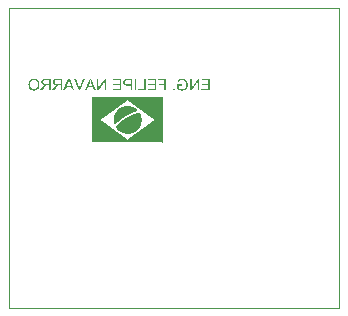
<source format=gbo>
G04 Layer_Color=32896*
%FSLAX25Y25*%
%MOIN*%
G70*
G01*
G75*
%ADD16C,0.00394*%
%ADD30C,0.00048*%
G36*
X42463Y72500D02*
X41953D01*
Y76341D01*
X42463D01*
Y72500D01*
D02*
G37*
G36*
X41054D02*
X40543D01*
Y74060D01*
X39561D01*
X39417Y74065D01*
X39278Y74076D01*
X39156Y74093D01*
X39045Y74115D01*
X38939Y74137D01*
X38850Y74165D01*
X38767Y74198D01*
X38695Y74232D01*
X38634Y74259D01*
X38578Y74293D01*
X38534Y74320D01*
X38501Y74348D01*
X38473Y74365D01*
X38456Y74381D01*
X38445Y74393D01*
X38440Y74398D01*
X38384Y74465D01*
X38334Y74531D01*
X38295Y74598D01*
X38256Y74670D01*
X38223Y74742D01*
X38201Y74809D01*
X38162Y74936D01*
X38151Y74998D01*
X38140Y75053D01*
X38134Y75103D01*
X38129Y75142D01*
X38123Y75181D01*
Y75203D01*
Y75220D01*
Y75225D01*
X38129Y75331D01*
X38140Y75430D01*
X38162Y75519D01*
X38179Y75597D01*
X38201Y75664D01*
X38223Y75713D01*
X38234Y75741D01*
X38240Y75752D01*
X38284Y75836D01*
X38340Y75908D01*
X38390Y75974D01*
X38440Y76024D01*
X38484Y76063D01*
X38517Y76096D01*
X38540Y76113D01*
X38551Y76119D01*
X38623Y76163D01*
X38706Y76202D01*
X38784Y76235D01*
X38856Y76263D01*
X38923Y76279D01*
X38972Y76291D01*
X39011Y76302D01*
X39022D01*
X39106Y76313D01*
X39200Y76324D01*
X39300Y76329D01*
X39394Y76335D01*
X39478Y76341D01*
X41054D01*
Y72500D01*
D02*
G37*
G36*
X45555D02*
X43152D01*
Y72955D01*
X45044D01*
Y76341D01*
X45555D01*
Y72500D01*
D02*
G37*
G36*
X52370D02*
X51860D01*
Y74243D01*
X50056D01*
Y74698D01*
X51860D01*
Y75885D01*
X49773D01*
Y76341D01*
X52370D01*
Y72500D01*
D02*
G37*
G36*
X49107D02*
X46237D01*
Y72955D01*
X48596D01*
Y74259D01*
X46470D01*
Y74714D01*
X48596D01*
Y75885D01*
X46326D01*
Y76341D01*
X49107D01*
Y72500D01*
D02*
G37*
G36*
X37468D02*
X34599D01*
Y72955D01*
X36958D01*
Y74259D01*
X34832D01*
Y74714D01*
X36958D01*
Y75885D01*
X34688D01*
Y76341D01*
X37468D01*
Y72500D01*
D02*
G37*
G36*
X13909D02*
X13398D01*
Y74204D01*
X12743D01*
X12682Y74198D01*
X12638D01*
X12599Y74193D01*
X12571Y74187D01*
X12549D01*
X12538Y74182D01*
X12532D01*
X12444Y74154D01*
X12405Y74137D01*
X12371Y74121D01*
X12338Y74104D01*
X12316Y74093D01*
X12305Y74087D01*
X12299Y74082D01*
X12255Y74049D01*
X12210Y74010D01*
X12127Y73926D01*
X12088Y73887D01*
X12061Y73854D01*
X12044Y73832D01*
X12038Y73826D01*
X11983Y73749D01*
X11922Y73665D01*
X11861Y73577D01*
X11800Y73493D01*
X11750Y73416D01*
X11711Y73355D01*
X11694Y73333D01*
X11683Y73316D01*
X11672Y73305D01*
Y73299D01*
X11167Y72500D01*
X10534D01*
X11195Y73543D01*
X11272Y73654D01*
X11345Y73754D01*
X11417Y73838D01*
X11478Y73915D01*
X11533Y73971D01*
X11578Y74015D01*
X11605Y74043D01*
X11616Y74054D01*
X11661Y74087D01*
X11711Y74126D01*
X11811Y74187D01*
X11855Y74209D01*
X11889Y74232D01*
X11911Y74243D01*
X11922Y74248D01*
X11822Y74265D01*
X11727Y74282D01*
X11644Y74309D01*
X11561Y74331D01*
X11489Y74359D01*
X11422Y74393D01*
X11361Y74420D01*
X11306Y74448D01*
X11261Y74481D01*
X11217Y74509D01*
X11184Y74531D01*
X11156Y74554D01*
X11134Y74570D01*
X11117Y74587D01*
X11112Y74592D01*
X11106Y74598D01*
X11062Y74653D01*
X11017Y74709D01*
X10950Y74826D01*
X10906Y74942D01*
X10873Y75053D01*
X10851Y75147D01*
X10845Y75186D01*
Y75225D01*
X10840Y75253D01*
Y75275D01*
Y75286D01*
Y75292D01*
X10845Y75408D01*
X10862Y75514D01*
X10889Y75613D01*
X10917Y75697D01*
X10950Y75769D01*
X10973Y75824D01*
X10995Y75858D01*
X11000Y75863D01*
Y75869D01*
X11067Y75958D01*
X11134Y76035D01*
X11206Y76102D01*
X11272Y76152D01*
X11333Y76191D01*
X11383Y76213D01*
X11417Y76230D01*
X11422Y76235D01*
X11428D01*
X11478Y76252D01*
X11539Y76268D01*
X11661Y76296D01*
X11794Y76313D01*
X11916Y76329D01*
X12033Y76335D01*
X12083D01*
X12127Y76341D01*
X13909D01*
Y72500D01*
D02*
G37*
G36*
X8508Y76402D02*
X8647Y76385D01*
X8781Y76357D01*
X8908Y76324D01*
X9025Y76279D01*
X9136Y76235D01*
X9236Y76185D01*
X9324Y76135D01*
X9408Y76085D01*
X9480Y76035D01*
X9541Y75991D01*
X9591Y75947D01*
X9630Y75913D01*
X9663Y75885D01*
X9680Y75869D01*
X9685Y75863D01*
X9774Y75758D01*
X9852Y75647D01*
X9924Y75525D01*
X9979Y75403D01*
X10029Y75275D01*
X10074Y75153D01*
X10107Y75031D01*
X10129Y74914D01*
X10151Y74803D01*
X10168Y74698D01*
X10179Y74603D01*
X10190Y74526D01*
Y74459D01*
X10196Y74409D01*
Y74376D01*
Y74370D01*
Y74365D01*
X10185Y74176D01*
X10162Y74004D01*
X10129Y73838D01*
X10107Y73765D01*
X10085Y73693D01*
X10068Y73632D01*
X10046Y73577D01*
X10029Y73527D01*
X10013Y73482D01*
X10001Y73449D01*
X9990Y73427D01*
X9979Y73410D01*
Y73405D01*
X9885Y73244D01*
X9785Y73105D01*
X9674Y72983D01*
X9569Y72883D01*
X9474Y72800D01*
X9435Y72766D01*
X9402Y72744D01*
X9369Y72722D01*
X9347Y72705D01*
X9336Y72700D01*
X9330Y72694D01*
X9247Y72650D01*
X9164Y72611D01*
X8997Y72544D01*
X8836Y72500D01*
X8686Y72467D01*
X8614Y72456D01*
X8553Y72450D01*
X8497Y72439D01*
X8448D01*
X8414Y72433D01*
X8359D01*
X8175Y72444D01*
X8004Y72472D01*
X7842Y72506D01*
X7770Y72528D01*
X7704Y72550D01*
X7643Y72572D01*
X7587Y72594D01*
X7543Y72611D01*
X7504Y72628D01*
X7471Y72644D01*
X7443Y72655D01*
X7432Y72667D01*
X7426D01*
X7271Y72766D01*
X7138Y72877D01*
X7027Y72994D01*
X6932Y73105D01*
X6855Y73210D01*
X6827Y73249D01*
X6805Y73288D01*
X6782Y73321D01*
X6771Y73344D01*
X6760Y73360D01*
Y73366D01*
X6716Y73455D01*
X6683Y73543D01*
X6622Y73721D01*
X6577Y73899D01*
X6549Y74060D01*
X6544Y74132D01*
X6533Y74198D01*
X6527Y74259D01*
Y74309D01*
X6522Y74354D01*
Y74381D01*
Y74404D01*
Y74409D01*
X6533Y74620D01*
X6555Y74814D01*
X6572Y74903D01*
X6594Y74992D01*
X6616Y75070D01*
X6633Y75142D01*
X6655Y75208D01*
X6677Y75269D01*
X6694Y75319D01*
X6716Y75364D01*
X6727Y75397D01*
X6738Y75419D01*
X6749Y75436D01*
Y75441D01*
X6838Y75602D01*
X6943Y75747D01*
X7054Y75869D01*
X7154Y75969D01*
X7249Y76047D01*
X7293Y76080D01*
X7326Y76108D01*
X7360Y76124D01*
X7382Y76141D01*
X7393Y76146D01*
X7399Y76152D01*
X7482Y76196D01*
X7565Y76235D01*
X7726Y76302D01*
X7892Y76346D01*
X8037Y76374D01*
X8103Y76385D01*
X8170Y76396D01*
X8220Y76402D01*
X8270D01*
X8309Y76407D01*
X8359D01*
X8508Y76402D01*
D02*
G37*
G36*
X17783Y72500D02*
X17272D01*
Y74204D01*
X16617D01*
X16556Y74198D01*
X16512D01*
X16473Y74193D01*
X16445Y74187D01*
X16423D01*
X16412Y74182D01*
X16406D01*
X16317Y74154D01*
X16279Y74137D01*
X16245Y74121D01*
X16212Y74104D01*
X16190Y74093D01*
X16179Y74087D01*
X16173Y74082D01*
X16129Y74049D01*
X16084Y74010D01*
X16001Y73926D01*
X15962Y73887D01*
X15935Y73854D01*
X15918Y73832D01*
X15912Y73826D01*
X15857Y73749D01*
X15796Y73665D01*
X15735Y73577D01*
X15674Y73493D01*
X15624Y73416D01*
X15585Y73355D01*
X15568Y73333D01*
X15557Y73316D01*
X15546Y73305D01*
Y73299D01*
X15041Y72500D01*
X14408D01*
X15069Y73543D01*
X15146Y73654D01*
X15218Y73754D01*
X15291Y73838D01*
X15352Y73915D01*
X15407Y73971D01*
X15452Y74015D01*
X15479Y74043D01*
X15491Y74054D01*
X15535Y74087D01*
X15585Y74126D01*
X15685Y74187D01*
X15729Y74209D01*
X15762Y74232D01*
X15785Y74243D01*
X15796Y74248D01*
X15696Y74265D01*
X15601Y74282D01*
X15518Y74309D01*
X15435Y74331D01*
X15363Y74359D01*
X15296Y74393D01*
X15235Y74420D01*
X15180Y74448D01*
X15135Y74481D01*
X15091Y74509D01*
X15058Y74531D01*
X15030Y74554D01*
X15008Y74570D01*
X14991Y74587D01*
X14985Y74592D01*
X14980Y74598D01*
X14935Y74653D01*
X14891Y74709D01*
X14824Y74826D01*
X14780Y74942D01*
X14747Y75053D01*
X14725Y75147D01*
X14719Y75186D01*
Y75225D01*
X14714Y75253D01*
Y75275D01*
Y75286D01*
Y75292D01*
X14719Y75408D01*
X14736Y75514D01*
X14763Y75613D01*
X14791Y75697D01*
X14824Y75769D01*
X14847Y75824D01*
X14869Y75858D01*
X14874Y75863D01*
Y75869D01*
X14941Y75958D01*
X15008Y76035D01*
X15080Y76102D01*
X15146Y76152D01*
X15207Y76191D01*
X15257Y76213D01*
X15291Y76230D01*
X15296Y76235D01*
X15302D01*
X15352Y76252D01*
X15413Y76268D01*
X15535Y76296D01*
X15668Y76313D01*
X15790Y76329D01*
X15907Y76335D01*
X15957D01*
X16001Y76341D01*
X17783D01*
Y72500D01*
D02*
G37*
G36*
X28949D02*
X28411D01*
X27995Y73665D01*
X26385D01*
X25936Y72500D01*
X25358D01*
X26929Y76341D01*
X27484D01*
X28949Y72500D01*
D02*
G37*
G36*
X21790D02*
X21251D01*
X20835Y73665D01*
X19226D01*
X18776Y72500D01*
X18199D01*
X19770Y76341D01*
X20324D01*
X21790Y72500D01*
D02*
G37*
G36*
X55306D02*
X54768D01*
Y73038D01*
X55306D01*
Y72500D01*
D02*
G37*
G36*
X23860D02*
X23327D01*
X21829Y76341D01*
X22345D01*
X23388Y73549D01*
X23433Y73432D01*
X23471Y73321D01*
X23505Y73216D01*
X23532Y73122D01*
X23560Y73038D01*
X23577Y72977D01*
X23582Y72955D01*
X23588Y72939D01*
X23594Y72927D01*
Y72922D01*
X23660Y73144D01*
X23693Y73249D01*
X23727Y73344D01*
X23754Y73427D01*
X23765Y73460D01*
X23771Y73493D01*
X23782Y73516D01*
X23788Y73532D01*
X23793Y73543D01*
Y73549D01*
X24792Y76341D01*
X25347D01*
X23860Y72500D01*
D02*
G37*
G36*
X32407D02*
X31918D01*
Y75514D01*
X29909Y72500D01*
X29382D01*
Y76341D01*
X29871D01*
Y73321D01*
X31885Y76341D01*
X32407D01*
Y72500D01*
D02*
G37*
G36*
X63431D02*
X62943D01*
Y75514D01*
X60934Y72500D01*
X60407D01*
Y76341D01*
X60895D01*
Y73321D01*
X62910Y76341D01*
X63431D01*
Y72500D01*
D02*
G37*
G36*
X67000D02*
X64131D01*
Y72955D01*
X66489D01*
Y74259D01*
X64364D01*
Y74714D01*
X66489D01*
Y75885D01*
X64219D01*
Y76341D01*
X67000D01*
Y72500D01*
D02*
G37*
G36*
X57970Y76396D02*
X58164Y76368D01*
X58253Y76352D01*
X58337Y76329D01*
X58414Y76313D01*
X58486Y76291D01*
X58553Y76268D01*
X58608Y76246D01*
X58658Y76224D01*
X58703Y76207D01*
X58736Y76191D01*
X58758Y76180D01*
X58775Y76174D01*
X58780Y76169D01*
X58858Y76119D01*
X58936Y76069D01*
X59069Y75952D01*
X59186Y75836D01*
X59280Y75713D01*
X59358Y75608D01*
X59385Y75564D01*
X59408Y75519D01*
X59430Y75486D01*
X59441Y75464D01*
X59447Y75447D01*
X59452Y75441D01*
X59530Y75258D01*
X59585Y75075D01*
X59630Y74898D01*
X59641Y74814D01*
X59657Y74737D01*
X59663Y74664D01*
X59674Y74603D01*
X59680Y74542D01*
Y74492D01*
X59685Y74454D01*
Y74426D01*
Y74404D01*
Y74398D01*
X59674Y74193D01*
X59646Y73998D01*
X59630Y73910D01*
X59613Y73826D01*
X59591Y73743D01*
X59569Y73671D01*
X59546Y73604D01*
X59524Y73549D01*
X59508Y73493D01*
X59491Y73455D01*
X59474Y73416D01*
X59463Y73394D01*
X59452Y73377D01*
Y73371D01*
X59352Y73210D01*
X59241Y73072D01*
X59124Y72949D01*
X59013Y72850D01*
X58908Y72772D01*
X58869Y72744D01*
X58830Y72716D01*
X58797Y72700D01*
X58775Y72683D01*
X58758Y72678D01*
X58753Y72672D01*
X58664Y72628D01*
X58575Y72594D01*
X58398Y72533D01*
X58226Y72494D01*
X58065Y72461D01*
X57992Y72456D01*
X57926Y72444D01*
X57865Y72439D01*
X57815D01*
X57776Y72433D01*
X57720D01*
X57565Y72439D01*
X57415Y72456D01*
X57276Y72483D01*
X57154Y72511D01*
X57104Y72522D01*
X57054Y72533D01*
X57010Y72550D01*
X56971Y72561D01*
X56943Y72572D01*
X56921Y72578D01*
X56910Y72583D01*
X56905D01*
X56755Y72644D01*
X56616Y72716D01*
X56483Y72794D01*
X56366Y72866D01*
X56316Y72900D01*
X56266Y72933D01*
X56227Y72961D01*
X56194Y72983D01*
X56166Y73005D01*
X56144Y73022D01*
X56133Y73027D01*
X56128Y73033D01*
Y74459D01*
X57759D01*
Y74004D01*
X56627D01*
Y73283D01*
X56694Y73227D01*
X56771Y73177D01*
X56855Y73133D01*
X56932Y73094D01*
X56999Y73061D01*
X57060Y73033D01*
X57082Y73022D01*
X57093Y73016D01*
X57104Y73011D01*
X57110D01*
X57226Y72972D01*
X57343Y72939D01*
X57449Y72916D01*
X57548Y72905D01*
X57632Y72894D01*
X57665D01*
X57698Y72888D01*
X57754D01*
X57892Y72894D01*
X58026Y72916D01*
X58148Y72944D01*
X58259Y72972D01*
X58348Y73005D01*
X58386Y73016D01*
X58414Y73027D01*
X58442Y73038D01*
X58459Y73049D01*
X58470Y73055D01*
X58475D01*
X58592Y73127D01*
X58697Y73205D01*
X58786Y73288D01*
X58858Y73371D01*
X58919Y73449D01*
X58958Y73510D01*
X58975Y73532D01*
X58980Y73549D01*
X58991Y73560D01*
Y73566D01*
X59047Y73704D01*
X59091Y73849D01*
X59119Y73993D01*
X59141Y74132D01*
X59147Y74193D01*
X59152Y74248D01*
X59158Y74304D01*
Y74348D01*
X59163Y74381D01*
Y74409D01*
Y74426D01*
Y74431D01*
X59158Y74587D01*
X59141Y74726D01*
X59119Y74859D01*
X59091Y74975D01*
X59080Y75025D01*
X59064Y75070D01*
X59052Y75108D01*
X59041Y75142D01*
X59030Y75170D01*
X59025Y75186D01*
X59019Y75197D01*
Y75203D01*
X58980Y75281D01*
X58941Y75353D01*
X58903Y75419D01*
X58864Y75475D01*
X58830Y75519D01*
X58803Y75558D01*
X58780Y75580D01*
X58775Y75586D01*
X58714Y75647D01*
X58647Y75702D01*
X58575Y75747D01*
X58508Y75791D01*
X58453Y75819D01*
X58409Y75847D01*
X58375Y75858D01*
X58364Y75863D01*
X58264Y75902D01*
X58164Y75930D01*
X58059Y75947D01*
X57965Y75963D01*
X57881Y75969D01*
X57848D01*
X57820Y75974D01*
X57759D01*
X57654Y75969D01*
X57554Y75958D01*
X57465Y75941D01*
X57387Y75924D01*
X57321Y75902D01*
X57271Y75885D01*
X57243Y75874D01*
X57232Y75869D01*
X57149Y75830D01*
X57077Y75786D01*
X57010Y75741D01*
X56960Y75697D01*
X56921Y75658D01*
X56888Y75630D01*
X56871Y75608D01*
X56866Y75602D01*
X56816Y75536D01*
X56777Y75458D01*
X56738Y75386D01*
X56705Y75308D01*
X56683Y75242D01*
X56666Y75192D01*
X56660Y75170D01*
X56655Y75153D01*
X56649Y75147D01*
Y75142D01*
X56189Y75264D01*
X56227Y75403D01*
X56277Y75525D01*
X56327Y75636D01*
X56372Y75725D01*
X56416Y75797D01*
X56450Y75847D01*
X56472Y75880D01*
X56483Y75891D01*
X56560Y75980D01*
X56644Y76052D01*
X56732Y76119D01*
X56816Y76174D01*
X56893Y76213D01*
X56954Y76246D01*
X56977Y76257D01*
X56993Y76263D01*
X57004Y76268D01*
X57010D01*
X57138Y76313D01*
X57271Y76346D01*
X57393Y76374D01*
X57509Y76390D01*
X57615Y76402D01*
X57659D01*
X57693Y76407D01*
X57870D01*
X57970Y76396D01*
D02*
G37*
%LPC*%
G36*
X40543Y75885D02*
X39444D01*
X39344Y75880D01*
X39261Y75874D01*
X39195Y75869D01*
X39150Y75858D01*
X39117Y75852D01*
X39095Y75847D01*
X39089D01*
X39017Y75819D01*
X38956Y75786D01*
X38900Y75752D01*
X38850Y75713D01*
X38817Y75675D01*
X38789Y75647D01*
X38773Y75625D01*
X38767Y75619D01*
X38728Y75552D01*
X38695Y75486D01*
X38673Y75414D01*
X38662Y75353D01*
X38651Y75297D01*
X38645Y75247D01*
Y75220D01*
Y75214D01*
Y75208D01*
X38656Y75092D01*
X38678Y74992D01*
X38712Y74903D01*
X38750Y74831D01*
X38789Y74775D01*
X38823Y74731D01*
X38845Y74709D01*
X38856Y74698D01*
X38895Y74664D01*
X38945Y74637D01*
X39050Y74592D01*
X39167Y74559D01*
X39283Y74537D01*
X39389Y74526D01*
X39433Y74520D01*
X39472D01*
X39511Y74515D01*
X40543D01*
Y75885D01*
D02*
G37*
G36*
X13398Y75913D02*
X12188D01*
X12038Y75908D01*
X11911Y75885D01*
X11800Y75858D01*
X11716Y75824D01*
X11644Y75791D01*
X11600Y75763D01*
X11572Y75741D01*
X11561Y75736D01*
X11495Y75664D01*
X11445Y75591D01*
X11411Y75514D01*
X11383Y75447D01*
X11372Y75380D01*
X11367Y75331D01*
X11361Y75297D01*
Y75292D01*
Y75286D01*
X11367Y75220D01*
X11378Y75153D01*
X11394Y75097D01*
X11411Y75047D01*
X11433Y75003D01*
X11450Y74970D01*
X11461Y74948D01*
X11467Y74942D01*
X11506Y74887D01*
X11556Y74836D01*
X11605Y74798D01*
X11655Y74764D01*
X11700Y74742D01*
X11733Y74726D01*
X11755Y74714D01*
X11766Y74709D01*
X11844Y74687D01*
X11933Y74670D01*
X12022Y74659D01*
X12111Y74653D01*
X12188Y74648D01*
X12255Y74642D01*
X13398D01*
Y75913D01*
D02*
G37*
G36*
X8409Y75969D02*
X8359D01*
X8220Y75963D01*
X8087Y75941D01*
X7970Y75908D01*
X7870Y75874D01*
X7787Y75836D01*
X7754Y75819D01*
X7726Y75808D01*
X7698Y75791D01*
X7682Y75786D01*
X7676Y75775D01*
X7671D01*
X7565Y75697D01*
X7471Y75608D01*
X7387Y75519D01*
X7321Y75430D01*
X7271Y75353D01*
X7232Y75286D01*
X7221Y75264D01*
X7210Y75247D01*
X7204Y75236D01*
Y75231D01*
X7149Y75097D01*
X7110Y74953D01*
X7082Y74820D01*
X7066Y74692D01*
X7054Y74631D01*
X7049Y74581D01*
Y74531D01*
X7043Y74492D01*
Y74459D01*
Y74437D01*
Y74420D01*
Y74415D01*
X7049Y74282D01*
X7060Y74154D01*
X7077Y74032D01*
X7099Y73921D01*
X7132Y73821D01*
X7160Y73726D01*
X7193Y73638D01*
X7226Y73560D01*
X7265Y73493D01*
X7299Y73432D01*
X7326Y73382D01*
X7354Y73344D01*
X7382Y73310D01*
X7399Y73283D01*
X7410Y73272D01*
X7415Y73266D01*
X7487Y73194D01*
X7565Y73133D01*
X7643Y73083D01*
X7720Y73033D01*
X7798Y72994D01*
X7881Y72966D01*
X7954Y72939D01*
X8031Y72916D01*
X8098Y72900D01*
X8164Y72888D01*
X8220Y72877D01*
X8270Y72872D01*
X8309D01*
X8337Y72866D01*
X8364D01*
X8470Y72872D01*
X8570Y72883D01*
X8658Y72905D01*
X8747Y72927D01*
X8830Y72961D01*
X8908Y72994D01*
X8980Y73027D01*
X9047Y73066D01*
X9102Y73105D01*
X9152Y73138D01*
X9197Y73172D01*
X9236Y73205D01*
X9263Y73227D01*
X9286Y73249D01*
X9297Y73260D01*
X9302Y73266D01*
X9369Y73344D01*
X9424Y73427D01*
X9474Y73516D01*
X9519Y73604D01*
X9552Y73699D01*
X9585Y73788D01*
X9630Y73965D01*
X9641Y74043D01*
X9652Y74121D01*
X9663Y74187D01*
X9668Y74243D01*
X9674Y74293D01*
Y74331D01*
Y74354D01*
Y74359D01*
X9668Y74515D01*
X9657Y74659D01*
X9641Y74798D01*
X9613Y74920D01*
X9585Y75031D01*
X9552Y75131D01*
X9513Y75225D01*
X9480Y75303D01*
X9441Y75375D01*
X9408Y75436D01*
X9374Y75486D01*
X9347Y75525D01*
X9319Y75558D01*
X9302Y75580D01*
X9291Y75591D01*
X9286Y75597D01*
X9213Y75664D01*
X9136Y75719D01*
X9058Y75769D01*
X8975Y75813D01*
X8897Y75847D01*
X8819Y75880D01*
X8675Y75924D01*
X8608Y75936D01*
X8547Y75947D01*
X8497Y75958D01*
X8448Y75963D01*
X8409Y75969D01*
D02*
G37*
G36*
X17272Y75913D02*
X16062D01*
X15912Y75908D01*
X15785Y75885D01*
X15674Y75858D01*
X15590Y75824D01*
X15518Y75791D01*
X15474Y75763D01*
X15446Y75741D01*
X15435Y75736D01*
X15368Y75664D01*
X15318Y75591D01*
X15285Y75514D01*
X15257Y75447D01*
X15246Y75380D01*
X15241Y75331D01*
X15235Y75297D01*
Y75292D01*
Y75286D01*
X15241Y75220D01*
X15252Y75153D01*
X15269Y75097D01*
X15285Y75047D01*
X15307Y75003D01*
X15324Y74970D01*
X15335Y74948D01*
X15341Y74942D01*
X15379Y74887D01*
X15429Y74836D01*
X15479Y74798D01*
X15529Y74764D01*
X15574Y74742D01*
X15607Y74726D01*
X15629Y74714D01*
X15640Y74709D01*
X15718Y74687D01*
X15807Y74670D01*
X15896Y74659D01*
X15984Y74653D01*
X16062Y74648D01*
X16129Y74642D01*
X17272D01*
Y75913D01*
D02*
G37*
G36*
X27218Y75941D02*
X27179Y75813D01*
X27134Y75680D01*
X27090Y75547D01*
X27046Y75419D01*
X27023Y75364D01*
X27007Y75308D01*
X26990Y75258D01*
X26973Y75220D01*
X26962Y75186D01*
X26951Y75159D01*
X26946Y75142D01*
Y75136D01*
X26546Y74082D01*
X27845D01*
X27428Y75203D01*
X27379Y75342D01*
X27340Y75475D01*
X27301Y75597D01*
X27273Y75708D01*
X27251Y75802D01*
X27240Y75841D01*
X27234Y75880D01*
X27223Y75902D01*
Y75924D01*
X27218Y75936D01*
Y75941D01*
D02*
G37*
G36*
X20058D02*
X20019Y75813D01*
X19975Y75680D01*
X19930Y75547D01*
X19886Y75419D01*
X19864Y75364D01*
X19847Y75308D01*
X19830Y75258D01*
X19814Y75220D01*
X19803Y75186D01*
X19792Y75159D01*
X19786Y75142D01*
Y75136D01*
X19387Y74082D01*
X20685D01*
X20269Y75203D01*
X20219Y75342D01*
X20180Y75475D01*
X20141Y75597D01*
X20114Y75708D01*
X20091Y75802D01*
X20080Y75841D01*
X20075Y75880D01*
X20064Y75902D01*
Y75924D01*
X20058Y75936D01*
Y75941D01*
D02*
G37*
%LPD*%
D16*
X0Y0D02*
Y100000D01*
X110000D01*
Y0D02*
Y100000D01*
X0Y0D02*
X110000D01*
D30*
X51017Y70203D02*
X51162Y70203D01*
X27763Y70154D02*
X51162D01*
X27763Y70106D02*
X51162D01*
X27763Y70057D02*
X51162D01*
X27763Y70009D02*
X51162Y70009D01*
X27763Y69960D02*
X51162D01*
X27763Y69912D02*
X51162Y69912D01*
X27763Y69863D02*
X51162D01*
X27763Y69815D02*
X51162D01*
X27763Y69767D02*
X51162Y69767D01*
X27763Y69718D02*
X51162Y69718D01*
X27763Y69670D02*
X51162Y69670D01*
X27763Y69621D02*
X51162D01*
X39439Y69573D02*
X51162Y69573D01*
X27763Y69573D02*
X39342D01*
X39487Y69524D02*
X51162D01*
X27763Y69524D02*
X39293Y69524D01*
X39584Y69476D02*
X51162D01*
X27763Y69476D02*
X39196Y69476D01*
X39632Y69427D02*
X51162D01*
X27763D02*
X39148D01*
X39729Y69379D02*
X51162Y69379D01*
X27763Y69379D02*
X39051D01*
X39778Y69331D02*
X51162D01*
X27763D02*
X39002D01*
X39826Y69282D02*
X51162D01*
X27763D02*
X38954D01*
X39923Y69234D02*
X51162D01*
X27763Y69234D02*
X38857Y69234D01*
X39971Y69185D02*
X51162D01*
X27763Y69185D02*
X38809Y69185D01*
X40020Y69137D02*
X51162Y69137D01*
X27763D02*
X38760Y69137D01*
X40117Y69088D02*
X51162D01*
X27763Y69088D02*
X38663Y69088D01*
X40165Y69040D02*
X51162D01*
X27763D02*
X38615D01*
X40262Y68991D02*
X51162Y68991D01*
X27763D02*
X38518D01*
X40310Y68943D02*
X51162D01*
X27763Y68943D02*
X38470Y68943D01*
X40359Y68895D02*
X51162D01*
X27763D02*
X38421D01*
X40456Y68846D02*
X51162D01*
X27763D02*
X38324D01*
X40504Y68798D02*
X51162D01*
X27763D02*
X38276Y68798D01*
X40553Y68749D02*
X51162Y68749D01*
X27763D02*
X38227D01*
X40650Y68701D02*
X51162D01*
X27763D02*
X38131D01*
X40698Y68652D02*
X51162Y68652D01*
X27763Y68652D02*
X38082Y68652D01*
X40795Y68604D02*
X51162D01*
X27763Y68604D02*
X37985Y68604D01*
X40843Y68555D02*
X51162Y68555D01*
X27763D02*
X37937D01*
X40892Y68507D02*
X51162D01*
X27763D02*
X37888D01*
X40989Y68459D02*
X51162D01*
X27763D02*
X37791D01*
X41037Y68410D02*
X51162D01*
X27763Y68410D02*
X37743Y68410D01*
X41086Y68362D02*
X51162D01*
X27763D02*
X37694D01*
X41183Y68313D02*
X51162D01*
X27763D02*
X37598Y68313D01*
X41231Y68265D02*
X51162D01*
X27763D02*
X37549Y68265D01*
X41328Y68216D02*
X51162D01*
X27763D02*
X37452D01*
X41376Y68168D02*
X51162Y68168D01*
X27763D02*
X37404Y68168D01*
X41425Y68119D02*
X51162Y68120D01*
X27763Y68119D02*
X37355D01*
X41522Y68071D02*
X51162Y68071D01*
X27763Y68071D02*
X37258D01*
X41570Y68023D02*
X51162D01*
X27763D02*
X37210Y68023D01*
X41618Y67974D02*
X51162D01*
X27763D02*
X37162Y67974D01*
X41715Y67926D02*
X51162D01*
X27763D02*
X37065D01*
X41764Y67877D02*
X51162D01*
X27763D02*
X37016D01*
X41861Y67829D02*
X51162D01*
X27763D02*
X36919D01*
X41909Y67780D02*
X51162Y67780D01*
X27763Y67780D02*
X36871Y67780D01*
X41958Y67732D02*
X51162Y67732D01*
X27763D02*
X36823D01*
X42055Y67684D02*
X51162D01*
X27763D02*
X36726D01*
X42103Y67635D02*
X51162D01*
X27763Y67635D02*
X36677D01*
X42151Y67586D02*
X51162Y67586D01*
X27763Y67587D02*
X36629Y67586D01*
X42248Y67538D02*
X51162Y67538D01*
X27763Y67538D02*
X36532D01*
X42297Y67490D02*
X51162D01*
X27763Y67490D02*
X36483Y67490D01*
X42394Y67441D02*
X51162Y67441D01*
X27763Y67441D02*
X36386D01*
X42442Y67393D02*
X51162D01*
X27763D02*
X36338D01*
X42491Y67344D02*
X51162D01*
X27763D02*
X36290D01*
X42587Y67296D02*
X51162D01*
X27763D02*
X36193D01*
X42636Y67247D02*
X51162D01*
X38954D02*
X39923D01*
X27763D02*
X36144D01*
X42684Y67199D02*
X51162D01*
X38615D02*
X40262D01*
X27763D02*
X36096D01*
X42781Y67151D02*
X51162D01*
X38421D02*
X40504D01*
X27763Y67151D02*
X35999Y67151D01*
X42830Y67102D02*
X51162D01*
X38227D02*
X40650D01*
X27763D02*
X35950D01*
X42926Y67054D02*
X51162D01*
X38082D02*
X40843D01*
X27763D02*
X35854Y67054D01*
X42975Y67005D02*
X51162D01*
X37888Y67005D02*
X40989D01*
X27763D02*
X35805D01*
X43023Y66957D02*
X51162D01*
X37791D02*
X41086D01*
X27763D02*
X35757D01*
X43120Y66908D02*
X51162Y66908D01*
X37694D02*
X41231D01*
X27763Y66908D02*
X35660D01*
X43169Y66860D02*
X51162D01*
X37549D02*
X41328D01*
X27763D02*
X35611D01*
X43217Y66811D02*
X51162D01*
X37452Y66811D02*
X41425Y66811D01*
X27763D02*
X35563D01*
X43314Y66763D02*
X51162D01*
X37355D02*
X41522D01*
X27763Y66763D02*
X35466Y66763D01*
X43363Y66715D02*
X51162D01*
X37258D02*
X41618D01*
X27763D02*
X35418D01*
X43459Y66666D02*
X51162D01*
X37210D02*
X41715D01*
X27763D02*
X35321Y66666D01*
X43508Y66618D02*
X51162D01*
X37113Y66618D02*
X41764Y66618D01*
X27763D02*
X35272Y66618D01*
X43556Y66569D02*
X51162Y66569D01*
X37016D02*
X41861D01*
X27763D02*
X35224Y66569D01*
X43653Y66521D02*
X51162Y66521D01*
X36968Y66521D02*
X41909Y66521D01*
X27763Y66521D02*
X35127D01*
X43702Y66472D02*
X51162Y66472D01*
X36871D02*
X42006Y66472D01*
X27763Y66472D02*
X35078Y66472D01*
X43750Y66424D02*
X51162Y66424D01*
X36823Y66424D02*
X42055Y66424D01*
X27763D02*
X35030Y66424D01*
X43847Y66375D02*
X51162Y66375D01*
X36774Y66375D02*
X42151D01*
X27763D02*
X34933D01*
X43895Y66327D02*
X51162D01*
X36677D02*
X42200D01*
X27763Y66327D02*
X34885Y66327D01*
X43992Y66278D02*
X51162D01*
X36629D02*
X42248D01*
X27763Y66278D02*
X34788Y66278D01*
X44041Y66230D02*
X51162D01*
X36580Y66230D02*
X42297Y66230D01*
X27763Y66230D02*
X34739D01*
X44089Y66182D02*
X51162D01*
X36532D02*
X42394D01*
X27763D02*
X34691D01*
X44186Y66133D02*
X51162D01*
X36483D02*
X42442D01*
X27763D02*
X34594D01*
X44234Y66085D02*
X51162D01*
X36386D02*
X42491D01*
X27763D02*
X34546D01*
X44283Y66036D02*
X51162D01*
X36338D02*
X42539D01*
X27763D02*
X34497D01*
X44380Y65988D02*
X51162D01*
X36290Y65988D02*
X42539D01*
X27763D02*
X34400Y65988D01*
X44428Y65939D02*
X51162Y65939D01*
X36241D02*
X42491Y65939D01*
X27763Y65939D02*
X34352Y65939D01*
X44525Y65891D02*
X51162D01*
X36193D02*
X42345Y65891D01*
X27763D02*
X34255Y65891D01*
X44574Y65842D02*
X51162Y65843D01*
X36144D02*
X42200D01*
X27763Y65842D02*
X34207D01*
X44622Y65794D02*
X51162Y65794D01*
X36144D02*
X42006D01*
X27763D02*
X34158Y65794D01*
X44719Y65746D02*
X51162Y65746D01*
X36096D02*
X41909D01*
X27763Y65746D02*
X34061Y65746D01*
X44767Y65697D02*
X51162D01*
X36047D02*
X41764Y65697D01*
X27763Y65697D02*
X34013D01*
X44816Y65649D02*
X51162D01*
X35999D02*
X41618D01*
X27763D02*
X33964D01*
X44913Y65600D02*
X51162D01*
X35950D02*
X41473D01*
X27763Y65600D02*
X33867Y65600D01*
X44961Y65552D02*
X51162D01*
X35902D02*
X41376D01*
X27763Y65552D02*
X33819Y65552D01*
X45058Y65503D02*
X51162Y65503D01*
X35902D02*
X41231D01*
X27763Y65503D02*
X33722D01*
X45107Y65455D02*
X51162D01*
X35854Y65455D02*
X41086Y65455D01*
X27763Y65455D02*
X33674Y65455D01*
X45155Y65407D02*
X51162Y65407D01*
X35805Y65407D02*
X40989D01*
X27763D02*
X33625D01*
X45252Y65358D02*
X51162D01*
X35757Y65358D02*
X40892Y65358D01*
X27763D02*
X33528D01*
X45300Y65310D02*
X51162D01*
X35757D02*
X40747D01*
X27763D02*
X33480D01*
X45349Y65261D02*
X51162D01*
X35708D02*
X40650D01*
X27763D02*
X33431D01*
X45446Y65213D02*
X51162D01*
X35660D02*
X40553D01*
X27763D02*
X33334D01*
X45494Y65164D02*
X51162D01*
X35660D02*
X40407D01*
X27763D02*
X33286D01*
X45591Y65116D02*
X51162D01*
X43217D02*
X43266D01*
X35611D02*
X40310Y65116D01*
X27763Y65116D02*
X33189D01*
X45639Y65067D02*
X51162D01*
X43023Y65067D02*
X43314D01*
X35611Y65067D02*
X40214D01*
X27763D02*
X33141Y65067D01*
X45688Y65019D02*
X51162D01*
X42878D02*
X43314D01*
X35563D02*
X40117D01*
X27763D02*
X33092D01*
X45785Y64971D02*
X51162D01*
X42733D02*
X43363D01*
X35515D02*
X40020D01*
X27763D02*
X32995D01*
X45833Y64922D02*
X51162Y64922D01*
X42539Y64922D02*
X43363Y64922D01*
X35515Y64922D02*
X39923Y64922D01*
X27763D02*
X32947Y64922D01*
X45930Y64874D02*
X51162Y64874D01*
X42394Y64874D02*
X43411Y64874D01*
X35466Y64874D02*
X39826D01*
X27763D02*
X32899Y64874D01*
X45979Y64825D02*
X51162Y64825D01*
X42248D02*
X43411D01*
X35466Y64825D02*
X39729Y64825D01*
X27763D02*
X32802D01*
X46027Y64777D02*
X51162D01*
X42103D02*
X43459D01*
X35418D02*
X39632D01*
X27763D02*
X32753D01*
X46124Y64728D02*
X51162D01*
X41958D02*
X43459Y64728D01*
X35418Y64728D02*
X39535D01*
X27763Y64728D02*
X32656Y64728D01*
X46172Y64680D02*
X51162D01*
X41861D02*
X43508D01*
X35369Y64680D02*
X39439Y64680D01*
X27763Y64680D02*
X32608Y64680D01*
X46221Y64631D02*
X51162D01*
X41715D02*
X43508D01*
X35369D02*
X39342D01*
X27763D02*
X32559Y64631D01*
X46318Y64583D02*
X51162D01*
X41570D02*
X43556D01*
X35369D02*
X39245D01*
X27763Y64583D02*
X32462Y64583D01*
X46366Y64534D02*
X51162D01*
X41473D02*
X43556D01*
X35321D02*
X39196D01*
X27763D02*
X32414D01*
X46463Y64486D02*
X51162D01*
X41328D02*
X43556Y64486D01*
X35321Y64486D02*
X39099D01*
X27763Y64486D02*
X32317Y64486D01*
X46511Y64438D02*
X51162D01*
X41231D02*
X43605D01*
X35272D02*
X39002D01*
X27763D02*
X32269D01*
X46560Y64389D02*
X51162D01*
X41134D02*
X43605D01*
X35272D02*
X38906D01*
X27763Y64389D02*
X32220Y64389D01*
X46657Y64341D02*
X51162Y64341D01*
X40989D02*
X43653Y64341D01*
X35272Y64341D02*
X38857D01*
X27763Y64341D02*
X32123D01*
X46705Y64292D02*
X51162Y64292D01*
X40892Y64292D02*
X43653D01*
X35224D02*
X38760D01*
X27763Y64292D02*
X32075Y64292D01*
X46754Y64244D02*
X51162D01*
X40795D02*
X43653D01*
X35224D02*
X38663D01*
X27763Y64244D02*
X32026Y64244D01*
X46850Y64195D02*
X51162D01*
X40698D02*
X43702D01*
X35224D02*
X38615D01*
X27763D02*
X31930D01*
X46899Y64147D02*
X51162Y64147D01*
X40601D02*
X43702D01*
X35175D02*
X38518Y64147D01*
X27763D02*
X31881Y64147D01*
X46996Y64099D02*
X51162Y64099D01*
X40456D02*
X43702Y64099D01*
X35175D02*
X38421Y64099D01*
X27763D02*
X31784Y64099D01*
X47044Y64050D02*
X51162D01*
X40359Y64050D02*
X43750Y64050D01*
X35175D02*
X38373D01*
X27763D02*
X31736D01*
X47093Y64002D02*
X51162Y64002D01*
X40262D02*
X43750Y64002D01*
X35127D02*
X38276D01*
X27763D02*
X31687D01*
X47190Y63953D02*
X51162D01*
X40165Y63953D02*
X43750Y63953D01*
X35127D02*
X38227D01*
X27763Y63953D02*
X31590Y63953D01*
X47238Y63905D02*
X51162D01*
X40068D02*
X43750D01*
X35127D02*
X38131D01*
X27763D02*
X31542D01*
X47286Y63856D02*
X51162D01*
X40020D02*
X43799D01*
X35127D02*
X38082D01*
X27763D02*
X31494D01*
X47383Y63808D02*
X51162Y63808D01*
X39923Y63808D02*
X43799D01*
X35078Y63808D02*
X37985D01*
X27763Y63808D02*
X31397Y63808D01*
X47432Y63759D02*
X51162D01*
X39826D02*
X43799Y63759D01*
X35078Y63759D02*
X37937Y63759D01*
X27763D02*
X31348D01*
X47529Y63711D02*
X51162D01*
X39729D02*
X43799D01*
X35078D02*
X37840D01*
X27763D02*
X31251D01*
X47577Y63662D02*
X51162Y63662D01*
X39632D02*
X43799Y63662D01*
X35078D02*
X37791D01*
X27763D02*
X31203Y63662D01*
X47626Y63614D02*
X51162D01*
X39535D02*
X43847Y63614D01*
X35030Y63614D02*
X37694Y63614D01*
X27763D02*
X31155D01*
X47723Y63566D02*
X51162D01*
X39487Y63566D02*
X43847Y63566D01*
X35030Y63566D02*
X37646D01*
X27763D02*
X31058D01*
X47771Y63517D02*
X51162D01*
X39390D02*
X43847D01*
X35030Y63517D02*
X37549D01*
X27763Y63517D02*
X31009Y63517D01*
X47819Y63469D02*
X51162D01*
X39293D02*
X43847D01*
X35030D02*
X37501D01*
X27763Y63469D02*
X30961Y63469D01*
X47916Y63420D02*
X51162D01*
X39196D02*
X43847D01*
X35030D02*
X37452Y63420D01*
X27763Y63420D02*
X30864Y63420D01*
X47965Y63372D02*
X51162Y63372D01*
X39148Y63372D02*
X43847Y63372D01*
X35030D02*
X37355D01*
X27763D02*
X30815D01*
X48062Y63323D02*
X51162D01*
X39051Y63323D02*
X43847Y63323D01*
X35030D02*
X37307D01*
X27763Y63323D02*
X30718D01*
X48110Y63275D02*
X51162D01*
X39002D02*
X43895D01*
X35030D02*
X37258D01*
X27763D02*
X30670D01*
X48159Y63226D02*
X51162Y63226D01*
X38906Y63226D02*
X43895Y63226D01*
X34982D02*
X37162Y63226D01*
X27763Y63226D02*
X30622D01*
X48255Y63178D02*
X51162D01*
X38809D02*
X43895D01*
X34982D02*
X37113D01*
X27763D02*
X30525D01*
X48304Y63130D02*
X51162D01*
X38760D02*
X43895D01*
X34982D02*
X37065D01*
X27763Y63130D02*
X30476Y63130D01*
X48352Y63081D02*
X51162D01*
X38663D02*
X43895Y63081D01*
X34982Y63081D02*
X37016D01*
X27763Y63081D02*
X30428Y63081D01*
X48449Y63033D02*
X51162D01*
X38615D02*
X43895D01*
X34982D02*
X36919D01*
X27763D02*
X30331D01*
X48498Y62984D02*
X51162Y62984D01*
X38518D02*
X43895Y62984D01*
X34982Y62984D02*
X36871D01*
X27763D02*
X30283Y62984D01*
X48595Y62936D02*
X51162D01*
X38470D02*
X43895D01*
X34982D02*
X36823D01*
X27763Y62936D02*
X30186D01*
X48643Y62887D02*
X51162D01*
X38373D02*
X43895D01*
X34982D02*
X36726D01*
X27763D02*
X30137D01*
X48691Y62839D02*
X51162D01*
X38324Y62839D02*
X43895Y62839D01*
X34982D02*
X36677D01*
X27763Y62839D02*
X30089Y62839D01*
X48740Y62791D02*
X51162Y62791D01*
X38227Y62791D02*
X43895Y62791D01*
X34982D02*
X36629D01*
X27763D02*
X30040D01*
X48643Y62742D02*
X51162Y62742D01*
X38179Y62742D02*
X43895Y62742D01*
X34982D02*
X36580Y62742D01*
X27763D02*
X30137Y62742D01*
X48594Y62694D02*
X51162Y62694D01*
X38131Y62694D02*
X43895Y62694D01*
X34982Y62694D02*
X36532Y62694D01*
X27763D02*
X30186Y62694D01*
X48498Y62645D02*
X51162D01*
X38034D02*
X43895D01*
X34982D02*
X36435D01*
X27763D02*
X30282D01*
X48449Y62597D02*
X51162D01*
X37985D02*
X43895D01*
X34982D02*
X36386D01*
X27763D02*
X30331D01*
X48401Y62548D02*
X51162Y62548D01*
X37937Y62548D02*
X43895D01*
X34982Y62548D02*
X36338D01*
X27763D02*
X30379D01*
X48304Y62500D02*
X51162D01*
X37840Y62500D02*
X43895Y62500D01*
X34982D02*
X36290D01*
X27763D02*
X30476Y62500D01*
X48255Y62451D02*
X51162D01*
X37791Y62451D02*
X43895D01*
X34982Y62451D02*
X36241D01*
X27763Y62451D02*
X30525D01*
X48207Y62403D02*
X51162Y62403D01*
X37743Y62403D02*
X43895Y62403D01*
X34982D02*
X36193Y62403D01*
X27763D02*
X30573D01*
X48110Y62354D02*
X51162D01*
X37646D02*
X43895D01*
X34982D02*
X36144D01*
X27763D02*
X30670D01*
X48062Y62306D02*
X51162D01*
X37598D02*
X43847D01*
X35030D02*
X36096D01*
X27763Y62306D02*
X30718Y62306D01*
X47965Y62258D02*
X51162Y62258D01*
X37549D02*
X43847D01*
X35030D02*
X35999D01*
X27763D02*
X30815D01*
X47916Y62209D02*
X51162Y62209D01*
X37501Y62209D02*
X43847Y62209D01*
X35030Y62209D02*
X35950Y62209D01*
X27763D02*
X30864Y62209D01*
X47868Y62161D02*
X51162D01*
X37404D02*
X43847D01*
X35030D02*
X35902D01*
X27763D02*
X30912Y62161D01*
X47771Y62112D02*
X51162D01*
X37355Y62112D02*
X43847Y62112D01*
X35030Y62112D02*
X35854D01*
X27763D02*
X31009Y62112D01*
X47723Y62064D02*
X51162D01*
X37307Y62064D02*
X43847Y62064D01*
X35030Y62064D02*
X35805D01*
X27763Y62064D02*
X31058D01*
X47674Y62015D02*
X51162Y62015D01*
X37258Y62015D02*
X43847D01*
X35030Y62015D02*
X35757D01*
X27763D02*
X31106Y62015D01*
X47577Y61967D02*
X51162Y61967D01*
X37162D02*
X43799Y61967D01*
X35078Y61967D02*
X35708Y61967D01*
X27763Y61967D02*
X31203D01*
X47529Y61918D02*
X51162D01*
X37113D02*
X43799D01*
X35078Y61918D02*
X35660Y61918D01*
X27763D02*
X31251Y61918D01*
X47432Y61870D02*
X51162D01*
X37065D02*
X43799D01*
X35078D02*
X35611D01*
X27763D02*
X31348Y61870D01*
X47383Y61822D02*
X51162D01*
X37016D02*
X43799D01*
X35078D02*
X35563D01*
X27763D02*
X31397D01*
X47335Y61773D02*
X51162D01*
X36968D02*
X43799D01*
X35078D02*
X35515D01*
X27763D02*
X31445D01*
X47238Y61725D02*
X51162Y61725D01*
X36919Y61725D02*
X43750Y61725D01*
X35127Y61725D02*
X35466Y61725D01*
X27763Y61725D02*
X31542Y61725D01*
X47190Y61676D02*
X51162D01*
X36871D02*
X43750D01*
X35127D02*
X35418D01*
X27763D02*
X31590D01*
X47141Y61628D02*
X51162D01*
X36774Y61628D02*
X43750Y61628D01*
X35127Y61628D02*
X35369D01*
X27763D02*
X31639Y61628D01*
X47044Y61579D02*
X51162Y61579D01*
X36726Y61579D02*
X43750D01*
X35175D02*
X35321Y61579D01*
X27763D02*
X31736Y61579D01*
X46996Y61531D02*
X51162D01*
X36677Y61531D02*
X43702Y61531D01*
X35175D02*
X35272Y61531D01*
X27763D02*
X31784D01*
X46899Y61483D02*
X51162D01*
X36629D02*
X43702D01*
X35175D02*
X35224D01*
X27763D02*
X31881D01*
X46850Y61434D02*
X51162D01*
X36580Y61434D02*
X43702D01*
X27763Y61434D02*
X31930D01*
X46802Y61386D02*
X51162Y61386D01*
X36532D02*
X43653D01*
X27763D02*
X31978D01*
X46705Y61337D02*
X51162D01*
X36483D02*
X43653D01*
X27763D02*
X32075D01*
X46657Y61289D02*
X51162D01*
X36435Y61289D02*
X43653Y61289D01*
X27763D02*
X32123D01*
X46608Y61240D02*
X51162D01*
X36386D02*
X43605D01*
X27763D02*
X32172D01*
X46511Y61192D02*
X51162D01*
X36338D02*
X43605D01*
X27763D02*
X32269Y61192D01*
X46463Y61143D02*
X51162Y61143D01*
X36290Y61143D02*
X43556D01*
X27763Y61143D02*
X32317Y61143D01*
X46366Y61095D02*
X51162D01*
X36241D02*
X43556Y61095D01*
X27763Y61095D02*
X32414Y61095D01*
X46318Y61046D02*
X51162D01*
X36193Y61046D02*
X43556Y61046D01*
X27763Y61046D02*
X32462Y61046D01*
X46269Y60998D02*
X51162D01*
X36144D02*
X43508D01*
X27763D02*
X32511D01*
X46172Y60950D02*
X51162D01*
X36096D02*
X43508D01*
X27763Y60950D02*
X32608Y60950D01*
X46124Y60901D02*
X51162D01*
X36047D02*
X43459D01*
X27763Y60901D02*
X32656Y60901D01*
X46075Y60853D02*
X51162D01*
X35999D02*
X43459D01*
X27763D02*
X32705Y60853D01*
X45979Y60804D02*
X51162Y60804D01*
X35950D02*
X43411Y60804D01*
X27763D02*
X32802Y60804D01*
X45930Y60756D02*
X51162D01*
X35902D02*
X43411D01*
X27763D02*
X32850D01*
X45833Y60707D02*
X51162D01*
X35854D02*
X43363D01*
X27763Y60707D02*
X32947Y60707D01*
X45785Y60659D02*
X51162Y60659D01*
X35805Y60659D02*
X43363Y60659D01*
X27763D02*
X32995D01*
X45736Y60611D02*
X51162Y60611D01*
X35757Y60611D02*
X43314Y60611D01*
X27763Y60611D02*
X33044Y60611D01*
X45639Y60562D02*
X51162Y60562D01*
X35708D02*
X43314D01*
X27763D02*
X33141Y60562D01*
X45591Y60514D02*
X51162D01*
X35660D02*
X43266Y60514D01*
X27763Y60514D02*
X33189D01*
X45542Y60465D02*
X51162D01*
X35660D02*
X43217Y60465D01*
X27763D02*
X33238Y60465D01*
X45446Y60417D02*
X51162D01*
X35660D02*
X43217D01*
X27763D02*
X33334D01*
X45397Y60368D02*
X51162D01*
X35708D02*
X43169D01*
X27763D02*
X33383Y60368D01*
X45300Y60320D02*
X51162Y60320D01*
X35757Y60320D02*
X43169Y60320D01*
X27763Y60320D02*
X33480Y60320D01*
X45252Y60271D02*
X51162D01*
X35757Y60271D02*
X43120Y60271D01*
X27763D02*
X33528D01*
X45203Y60223D02*
X51162D01*
X35805D02*
X43072Y60223D01*
X27763Y60223D02*
X33577D01*
X45107Y60175D02*
X51162D01*
X35854D02*
X43023Y60175D01*
X27763Y60175D02*
X33674D01*
X45058Y60126D02*
X51162D01*
X35854D02*
X43023D01*
X27763Y60126D02*
X33722Y60126D01*
X45010Y60078D02*
X51162D01*
X35902D02*
X42975D01*
X27763D02*
X33770D01*
X44913Y60029D02*
X51162Y60029D01*
X35950Y60029D02*
X42926Y60029D01*
X27763Y60029D02*
X33867Y60029D01*
X44864Y59981D02*
X51162D01*
X35999D02*
X42878D01*
X27763D02*
X33916Y59981D01*
X44767Y59932D02*
X51162D01*
X36047D02*
X42830D01*
X27763D02*
X34013D01*
X44719Y59884D02*
X51162D01*
X36047D02*
X42830D01*
X27763Y59884D02*
X34061Y59884D01*
X44671Y59835D02*
X51162Y59835D01*
X36096Y59835D02*
X42781Y59835D01*
X27763D02*
X34110Y59835D01*
X44574Y59787D02*
X51162D01*
X36144D02*
X42733Y59787D01*
X27763Y59787D02*
X34207Y59787D01*
X44525Y59738D02*
X51162Y59738D01*
X36193Y59738D02*
X42684D01*
X27763D02*
X34255D01*
X44477Y59690D02*
X51162D01*
X36241D02*
X42636D01*
X27763D02*
X34352D01*
X44380Y59642D02*
X51162Y59642D01*
X36290Y59642D02*
X42587Y59642D01*
X27763Y59642D02*
X34400Y59642D01*
X44331Y59593D02*
X51162D01*
X36338D02*
X42539D01*
X27763D02*
X34449D01*
X44234Y59545D02*
X51162D01*
X36386D02*
X42491D01*
X27763Y59545D02*
X34546Y59545D01*
X44186Y59496D02*
X51162Y59496D01*
X36435D02*
X42442D01*
X27763D02*
X34594D01*
X44138Y59448D02*
X51162Y59448D01*
X36483Y59448D02*
X42394Y59448D01*
X27763Y59448D02*
X34642Y59448D01*
X44041Y59399D02*
X51162D01*
X36532Y59399D02*
X42345Y59399D01*
X27763Y59399D02*
X34739Y59399D01*
X43992Y59351D02*
X51162D01*
X36629D02*
X42248D01*
X27763Y59351D02*
X34788Y59351D01*
X43895Y59303D02*
X51162D01*
X36677Y59303D02*
X42200D01*
X27763D02*
X34885Y59303D01*
X43847Y59254D02*
X51162Y59254D01*
X36726Y59254D02*
X42151D01*
X27763D02*
X34933D01*
X43799Y59206D02*
X51162Y59206D01*
X36823Y59206D02*
X42055D01*
X27763D02*
X34982Y59206D01*
X43702Y59157D02*
X51162D01*
X36871D02*
X42006Y59157D01*
X27763Y59157D02*
X35078D01*
X43653Y59109D02*
X51162D01*
X36919D02*
X41958D01*
X27763Y59109D02*
X35127Y59109D01*
X43605Y59060D02*
X51162D01*
X37016D02*
X41861D01*
X27763Y59060D02*
X35175Y59060D01*
X43508Y59012D02*
X51162D01*
X37113D02*
X41764Y59012D01*
X27763Y59012D02*
X35272D01*
X43459Y58963D02*
X51162D01*
X37162Y58963D02*
X41715Y58963D01*
X27763Y58963D02*
X35321Y58963D01*
X43363Y58915D02*
X51162D01*
X37258D02*
X41618Y58915D01*
X27763Y58915D02*
X35418D01*
X43314Y58867D02*
X51162D01*
X37355Y58867D02*
X41522Y58867D01*
X27763Y58867D02*
X35466D01*
X43266Y58818D02*
X51162D01*
X37452Y58818D02*
X41425Y58818D01*
X27763D02*
X35515D01*
X43169Y58770D02*
X51162D01*
X37549D02*
X41328D01*
X27763D02*
X35611D01*
X43120Y58721D02*
X51162Y58721D01*
X37646Y58721D02*
X41231Y58721D01*
X27763D02*
X35660D01*
X43072Y58673D02*
X51162D01*
X37743Y58673D02*
X41134D01*
X27763Y58673D02*
X35708Y58673D01*
X42975Y58624D02*
X51162Y58624D01*
X37888D02*
X40989Y58624D01*
X27763Y58624D02*
X35805Y58624D01*
X42926Y58576D02*
X51162Y58576D01*
X38034Y58576D02*
X40843D01*
X27763D02*
X35854D01*
X42830Y58527D02*
X51162D01*
X38179D02*
X40698D01*
X27763D02*
X35950D01*
X42781Y58479D02*
X51162D01*
X38373D02*
X40504Y58479D01*
X27763Y58479D02*
X35999D01*
X42733Y58430D02*
X51162D01*
X38566D02*
X40310D01*
X27763D02*
X36047D01*
X42636Y58382D02*
X51162D01*
X38906Y58382D02*
X39971Y58382D01*
X27763D02*
X36144D01*
X42587Y58334D02*
X51162D01*
X27763D02*
X36193D01*
X42539Y58285D02*
X51162Y58285D01*
X27763D02*
X36241D01*
X42442Y58237D02*
X51162D01*
X27763Y58237D02*
X36338Y58237D01*
X42394Y58188D02*
X51162D01*
X27763D02*
X36386D01*
X42297Y58140D02*
X51162Y58140D01*
X27763Y58140D02*
X36483D01*
X42248Y58091D02*
X51162D01*
X27763Y58091D02*
X36532Y58091D01*
X42200Y58043D02*
X51162Y58043D01*
X27763Y58043D02*
X36580D01*
X42103Y57995D02*
X51162D01*
X27763D02*
X36677D01*
X42055Y57946D02*
X51162D01*
X27763Y57946D02*
X36726Y57946D01*
X42006Y57898D02*
X51162D01*
X27763Y57898D02*
X36774D01*
X41909Y57849D02*
X51162Y57849D01*
X27763D02*
X36871Y57849D01*
X41861Y57801D02*
X51162D01*
X27763D02*
X36919D01*
X41764Y57752D02*
X51162D01*
X27763D02*
X37016D01*
X41715Y57704D02*
X51162D01*
X27763D02*
X37065D01*
X41667Y57655D02*
X51162D01*
X27763Y57655D02*
X37113Y57655D01*
X41570Y57607D02*
X51162Y57607D01*
X27763Y57607D02*
X37210Y57607D01*
X41522Y57559D02*
X51162D01*
X27763D02*
X37258D01*
X41473Y57510D02*
X51162D01*
X27763Y57510D02*
X37307Y57510D01*
X41376Y57462D02*
X51162D01*
X27763D02*
X37404D01*
X41328Y57413D02*
X51162D01*
X27763D02*
X37452D01*
X41231Y57365D02*
X51162Y57365D01*
X27763D02*
X37549Y57365D01*
X41183Y57316D02*
X51162Y57316D01*
X27763D02*
X37598Y57316D01*
X41134Y57268D02*
X51162D01*
X27763Y57268D02*
X37646D01*
X41037Y57219D02*
X51162D01*
X27763D02*
X37743D01*
X40989Y57171D02*
X51162D01*
X27763D02*
X37791D01*
X40940Y57122D02*
X51162Y57122D01*
X27763Y57122D02*
X37840Y57122D01*
X40843Y57074D02*
X51162D01*
X27763D02*
X37937Y57074D01*
X40795Y57026D02*
X51162D01*
X27763Y57026D02*
X37985Y57026D01*
X40698Y56977D02*
X51162D01*
X27763D02*
X38082D01*
X40650Y56929D02*
X51162D01*
X27763D02*
X38131D01*
X40601Y56880D02*
X51162D01*
X27763D02*
X38179D01*
X40504Y56832D02*
X51162D01*
X27763D02*
X38276D01*
X40456Y56783D02*
X51162Y56783D01*
X27763D02*
X38324Y56783D01*
X40407Y56735D02*
X51162Y56735D01*
X27763D02*
X38373D01*
X40310Y56687D02*
X51162D01*
X27763D02*
X38470D01*
X40262Y56638D02*
X51162D01*
X27763Y56638D02*
X38518Y56638D01*
X40165Y56590D02*
X51162D01*
X27763D02*
X38615D01*
X40117Y56541D02*
X51162D01*
X27763D02*
X38663D01*
X40068Y56493D02*
X51162Y56493D01*
X27763Y56493D02*
X38712D01*
X39971Y56444D02*
X51162D01*
X27763Y56444D02*
X38809Y56444D01*
X39923Y56396D02*
X51162D01*
X27763D02*
X38857D01*
X39875Y56347D02*
X51162Y56347D01*
X27763Y56347D02*
X38906D01*
X39778Y56299D02*
X51162Y56299D01*
X27763Y56299D02*
X39002D01*
X39729Y56251D02*
X51162Y56251D01*
X27763Y56251D02*
X39051Y56251D01*
X39632Y56202D02*
X51162D01*
X27763D02*
X39148D01*
X39584Y56154D02*
X51162D01*
X27763D02*
X39196D01*
X39535Y56105D02*
X51162D01*
X27763D02*
X39245Y56105D01*
X39439Y56057D02*
X51162D01*
X27763D02*
X39342D01*
X27763Y56008D02*
X51162D01*
X27763Y55960D02*
X51162Y55960D01*
X27763Y55911D02*
X51162D01*
X27763Y55863D02*
X51162Y55863D01*
X27763Y55814D02*
X51162D01*
X27763Y55766D02*
X51162Y55766D01*
X27763Y55718D02*
X51162Y55718D01*
X27763Y55669D02*
X51162Y55669D01*
X27763Y55621D02*
X51162D01*
X27763Y55572D02*
X51162D01*
X27763Y55524D02*
X51162D01*
X27763Y55475D02*
X51162Y55475D01*
X51017Y55427D02*
X51162D01*
M02*

</source>
